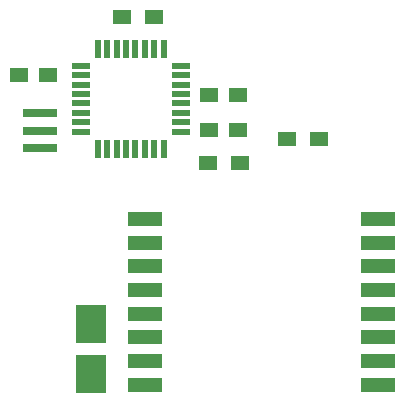
<source format=gtp>
G04 #@! TF.GenerationSoftware,KiCad,Pcbnew,no-vcs-found-feba091~58~ubuntu16.04.1*
G04 #@! TF.CreationDate,2017-03-28T16:17:10+03:00*
G04 #@! TF.ProjectId,heater_actuator_node,6865617465725F6163747561746F725F,rev?*
G04 #@! TF.FileFunction,Paste,Top*
G04 #@! TF.FilePolarity,Positive*
%FSLAX46Y46*%
G04 Gerber Fmt 4.6, Leading zero omitted, Abs format (unit mm)*
G04 Created by KiCad (PCBNEW no-vcs-found-feba091~58~ubuntu16.04.1) date Tue Mar 28 16:17:10 2017*
%MOMM*%
%LPD*%
G01*
G04 APERTURE LIST*
%ADD10C,0.100000*%
%ADD11R,3.000000X0.800000*%
%ADD12R,1.500000X1.250000*%
%ADD13R,2.500000X3.200000*%
%ADD14R,0.550000X1.600000*%
%ADD15R,1.600000X0.550000*%
%ADD16R,1.500000X1.300000*%
%ADD17R,3.000000X1.200000*%
G04 APERTURE END LIST*
D10*
D11*
X122650000Y-94475000D03*
X122650000Y-95975000D03*
X122650000Y-97475000D03*
D12*
X139450000Y-95925000D03*
X136950000Y-95925000D03*
X120850000Y-91275000D03*
X123350000Y-91275000D03*
X136950000Y-92975000D03*
X139450000Y-92975000D03*
D13*
X126950000Y-112325000D03*
X126950000Y-116625000D03*
D14*
X127550000Y-89025000D03*
X128350000Y-89025000D03*
X129150000Y-89025000D03*
X129950000Y-89025000D03*
X130750000Y-89025000D03*
X131550000Y-89025000D03*
X132350000Y-89025000D03*
X133150000Y-89025000D03*
D15*
X134600000Y-90475000D03*
X134600000Y-91275000D03*
X134600000Y-92075000D03*
X134600000Y-92875000D03*
X134600000Y-93675000D03*
X134600000Y-94475000D03*
X134600000Y-95275000D03*
X134600000Y-96075000D03*
D14*
X133150000Y-97525000D03*
X132350000Y-97525000D03*
X131550000Y-97525000D03*
X130750000Y-97525000D03*
X129950000Y-97525000D03*
X129150000Y-97525000D03*
X128350000Y-97525000D03*
X127550000Y-97525000D03*
D15*
X126100000Y-96075000D03*
X126100000Y-95275000D03*
X126100000Y-94475000D03*
X126100000Y-93675000D03*
X126100000Y-92875000D03*
X126100000Y-92075000D03*
X126100000Y-91275000D03*
X126100000Y-90475000D03*
D16*
X146300000Y-96675000D03*
X143600000Y-96675000D03*
X129600000Y-86375000D03*
X132300000Y-86375000D03*
X136925000Y-98725000D03*
X139625000Y-98725000D03*
D17*
X151250000Y-103475000D03*
X151250000Y-105475000D03*
X151250000Y-107475000D03*
X151250000Y-109475000D03*
X151250000Y-111475000D03*
X151250000Y-113475000D03*
X151250000Y-115475000D03*
X151250000Y-117475000D03*
X131550000Y-117475000D03*
X131550000Y-115475000D03*
X131550000Y-113475000D03*
X131550000Y-111475000D03*
X131550000Y-109475000D03*
X131550000Y-107475000D03*
X131550000Y-105475000D03*
X131550000Y-103475000D03*
M02*

</source>
